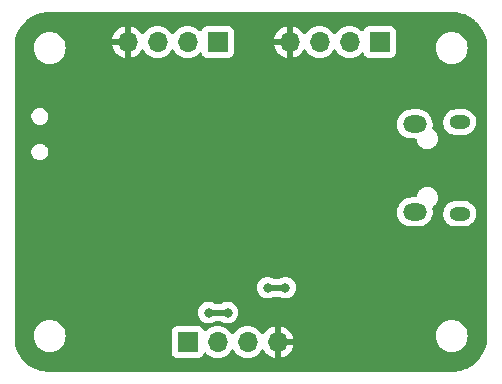
<source format=gbr>
%TF.GenerationSoftware,KiCad,Pcbnew,7.0.8*%
%TF.CreationDate,2023-11-01T19:37:33-03:00*%
%TF.ProjectId,KICAD_STM32,4b494341-445f-4535-944d-33322e6b6963,rev?*%
%TF.SameCoordinates,Original*%
%TF.FileFunction,Copper,L2,Bot*%
%TF.FilePolarity,Positive*%
%FSLAX46Y46*%
G04 Gerber Fmt 4.6, Leading zero omitted, Abs format (unit mm)*
G04 Created by KiCad (PCBNEW 7.0.8) date 2023-11-01 19:37:33*
%MOMM*%
%LPD*%
G01*
G04 APERTURE LIST*
%TA.AperFunction,ComponentPad*%
%ADD10O,1.800000X1.150000*%
%TD*%
%TA.AperFunction,ComponentPad*%
%ADD11O,2.000000X1.450000*%
%TD*%
%TA.AperFunction,ComponentPad*%
%ADD12R,1.700000X1.700000*%
%TD*%
%TA.AperFunction,ComponentPad*%
%ADD13O,1.700000X1.700000*%
%TD*%
%TA.AperFunction,ViaPad*%
%ADD14C,0.800000*%
%TD*%
%TA.AperFunction,Conductor*%
%ADD15C,0.500000*%
%TD*%
G04 APERTURE END LIST*
D10*
%TO.P,J1,6,Shield*%
%TO.N,N/C*%
X126163000Y-25086000D03*
D11*
X122363000Y-25236000D03*
X122363000Y-32686000D03*
D10*
X126163000Y-32836000D03*
%TD*%
D12*
%TO.P,J4,1,Pin_1*%
%TO.N,+3.3V*%
X103124000Y-43688000D03*
D13*
%TO.P,J4,2,Pin_2*%
%TO.N,/I2C2_SCL*%
X105664000Y-43688000D03*
%TO.P,J4,3,Pin_3*%
%TO.N,/I2C2_SDA*%
X108204000Y-43688000D03*
%TO.P,J4,4,Pin_4*%
%TO.N,GND*%
X110744000Y-43688000D03*
%TD*%
D12*
%TO.P,J3,1,Pin_1*%
%TO.N,+3.3V*%
X105664000Y-18288000D03*
D13*
%TO.P,J3,2,Pin_2*%
%TO.N,/UART1_TX*%
X103124000Y-18288000D03*
%TO.P,J3,3,Pin_3*%
%TO.N,/UART1_RX*%
X100584000Y-18288000D03*
%TO.P,J3,4,Pin_4*%
%TO.N,GND*%
X98044000Y-18288000D03*
%TD*%
D12*
%TO.P,J2,1,Pin_1*%
%TO.N,+3.3V*%
X119380000Y-18288000D03*
D13*
%TO.P,J2,2,Pin_2*%
%TO.N,/SWDIO*%
X116840000Y-18288000D03*
%TO.P,J2,3,Pin_3*%
%TO.N,/SWCLK*%
X114300000Y-18288000D03*
%TO.P,J2,4,Pin_4*%
%TO.N,GND*%
X111760000Y-18288000D03*
%TD*%
D14*
%TO.N,GND*%
X99596000Y-38900000D03*
X102000000Y-26750000D03*
X120300000Y-38900000D03*
X96300000Y-34000000D03*
X115500000Y-29500000D03*
X123996000Y-37900000D03*
X105700000Y-32700000D03*
X94500000Y-23000000D03*
X106300000Y-29000000D03*
X119200000Y-38900000D03*
X119660000Y-33500000D03*
X119660000Y-34800000D03*
X99600000Y-36700000D03*
X120000000Y-27500000D03*
X101100000Y-29700000D03*
X110400000Y-34200000D03*
X124500000Y-35000000D03*
X107364000Y-37500000D03*
X100701851Y-31481198D03*
%TO.N,+3.3V*%
X104900000Y-41200000D03*
X106500000Y-41200000D03*
X109890500Y-39100000D03*
X111389500Y-39100000D03*
%TD*%
D15*
%TO.N,+3.3V*%
X111389500Y-39100000D02*
X109890500Y-39100000D01*
X106500000Y-41200000D02*
X104900000Y-41200000D01*
%TD*%
%TA.AperFunction,Conductor*%
%TO.N,GND*%
G36*
X125477620Y-15748584D02*
G01*
X125609458Y-15755494D01*
X125798228Y-15766095D01*
X125804412Y-15766757D01*
X125893709Y-15780900D01*
X125958521Y-15791166D01*
X126106158Y-15816249D01*
X126124513Y-15819368D01*
X126130168Y-15820603D01*
X126285035Y-15862099D01*
X126374623Y-15887910D01*
X126443084Y-15907634D01*
X126448139Y-15909328D01*
X126599608Y-15967471D01*
X126750233Y-16029863D01*
X126754604Y-16031879D01*
X126900154Y-16106041D01*
X127042272Y-16184587D01*
X127046015Y-16186833D01*
X127183610Y-16276188D01*
X127315869Y-16370031D01*
X127318986Y-16372395D01*
X127445681Y-16474990D01*
X127447934Y-16476908D01*
X127567808Y-16584034D01*
X127570312Y-16586402D01*
X127685596Y-16701686D01*
X127687967Y-16704193D01*
X127795085Y-16824058D01*
X127797015Y-16826325D01*
X127899542Y-16952936D01*
X127899591Y-16952996D01*
X127901973Y-16956137D01*
X127990179Y-17080452D01*
X127995814Y-17088392D01*
X128085156Y-17225968D01*
X128087414Y-17229731D01*
X128098554Y-17249886D01*
X128165963Y-17371854D01*
X128240115Y-17517386D01*
X128242154Y-17521809D01*
X128304538Y-17672418D01*
X128362669Y-17823858D01*
X128364364Y-17828914D01*
X128409907Y-17986990D01*
X128451393Y-18141823D01*
X128452630Y-18147487D01*
X128480833Y-18313472D01*
X128498473Y-18424843D01*
X128500000Y-18444241D01*
X128500000Y-43531757D01*
X128498473Y-43551156D01*
X128480834Y-43662517D01*
X128452630Y-43828511D01*
X128451393Y-43834175D01*
X128409907Y-43989009D01*
X128364364Y-44147084D01*
X128362669Y-44152140D01*
X128304538Y-44303581D01*
X128242154Y-44454189D01*
X128240115Y-44458612D01*
X128165963Y-44604145D01*
X128087416Y-44746264D01*
X128085149Y-44750042D01*
X127995817Y-44887602D01*
X127901973Y-45019861D01*
X127899591Y-45023002D01*
X127797024Y-45149662D01*
X127795070Y-45151958D01*
X127687986Y-45271785D01*
X127685596Y-45274312D01*
X127570312Y-45389596D01*
X127567785Y-45391986D01*
X127447958Y-45499070D01*
X127445662Y-45501024D01*
X127319002Y-45603591D01*
X127315861Y-45605973D01*
X127183602Y-45699817D01*
X127046042Y-45789149D01*
X127042264Y-45791416D01*
X126900145Y-45869963D01*
X126754612Y-45944115D01*
X126750189Y-45946154D01*
X126599581Y-46008538D01*
X126448140Y-46066669D01*
X126443084Y-46068364D01*
X126285009Y-46113907D01*
X126130176Y-46155393D01*
X126124512Y-46156630D01*
X125958521Y-46184833D01*
X125804440Y-46209238D01*
X125798213Y-46209904D01*
X125609374Y-46220509D01*
X125477622Y-46227415D01*
X125474376Y-46227500D01*
X91441624Y-46227500D01*
X91438379Y-46227415D01*
X91306625Y-46220509D01*
X91117785Y-46209904D01*
X91111558Y-46209238D01*
X90957478Y-46184833D01*
X90791486Y-46156630D01*
X90785822Y-46155393D01*
X90630990Y-46113907D01*
X90472914Y-46068364D01*
X90467858Y-46066669D01*
X90316418Y-46008538D01*
X90165809Y-45946154D01*
X90161386Y-45944115D01*
X90015854Y-45869963D01*
X89873734Y-45791416D01*
X89869968Y-45789156D01*
X89732392Y-45699814D01*
X89600137Y-45605973D01*
X89597004Y-45603597D01*
X89470325Y-45501015D01*
X89468058Y-45499085D01*
X89348193Y-45391967D01*
X89345686Y-45389596D01*
X89230402Y-45274312D01*
X89228034Y-45271808D01*
X89120908Y-45151934D01*
X89118990Y-45149681D01*
X89016395Y-45022986D01*
X89014025Y-45019861D01*
X88920188Y-44887610D01*
X88830833Y-44750015D01*
X88828582Y-44746263D01*
X88750036Y-44604145D01*
X88740724Y-44585870D01*
X101773500Y-44585870D01*
X101773501Y-44585876D01*
X101779908Y-44645483D01*
X101830202Y-44780328D01*
X101830206Y-44780335D01*
X101916452Y-44895544D01*
X101916455Y-44895547D01*
X102031664Y-44981793D01*
X102031671Y-44981797D01*
X102166517Y-45032091D01*
X102166516Y-45032091D01*
X102173444Y-45032835D01*
X102226127Y-45038500D01*
X104021872Y-45038499D01*
X104081483Y-45032091D01*
X104216331Y-44981796D01*
X104331546Y-44895546D01*
X104417796Y-44780331D01*
X104466810Y-44648916D01*
X104508681Y-44592984D01*
X104574145Y-44568566D01*
X104642418Y-44583417D01*
X104670673Y-44604569D01*
X104792599Y-44726495D01*
X104889384Y-44794265D01*
X104986165Y-44862032D01*
X104986167Y-44862033D01*
X104986170Y-44862035D01*
X105200337Y-44961903D01*
X105428592Y-45023063D01*
X105605034Y-45038500D01*
X105663999Y-45043659D01*
X105664000Y-45043659D01*
X105664001Y-45043659D01*
X105722966Y-45038500D01*
X105899408Y-45023063D01*
X106127663Y-44961903D01*
X106341830Y-44862035D01*
X106535401Y-44726495D01*
X106702495Y-44559401D01*
X106832425Y-44373842D01*
X106887002Y-44330217D01*
X106956500Y-44323023D01*
X107018855Y-44354546D01*
X107035575Y-44373842D01*
X107165281Y-44559082D01*
X107165505Y-44559401D01*
X107332599Y-44726495D01*
X107429384Y-44794265D01*
X107526165Y-44862032D01*
X107526167Y-44862033D01*
X107526170Y-44862035D01*
X107740337Y-44961903D01*
X107968592Y-45023063D01*
X108145034Y-45038500D01*
X108203999Y-45043659D01*
X108204000Y-45043659D01*
X108204001Y-45043659D01*
X108262966Y-45038500D01*
X108439408Y-45023063D01*
X108667663Y-44961903D01*
X108881830Y-44862035D01*
X109075401Y-44726495D01*
X109242495Y-44559401D01*
X109372730Y-44373405D01*
X109427307Y-44329781D01*
X109496805Y-44322587D01*
X109559160Y-44354110D01*
X109575879Y-44373405D01*
X109705890Y-44559078D01*
X109872917Y-44726105D01*
X110066421Y-44861600D01*
X110280507Y-44961429D01*
X110280516Y-44961433D01*
X110494000Y-45018634D01*
X110494000Y-44123501D01*
X110601685Y-44172680D01*
X110708237Y-44188000D01*
X110779763Y-44188000D01*
X110886315Y-44172680D01*
X110994000Y-44123501D01*
X110994000Y-45018633D01*
X111207483Y-44961433D01*
X111207492Y-44961429D01*
X111421578Y-44861600D01*
X111615082Y-44726105D01*
X111782105Y-44559082D01*
X111917600Y-44365578D01*
X112017429Y-44151492D01*
X112017432Y-44151486D01*
X112074636Y-43938000D01*
X111177686Y-43938000D01*
X111203493Y-43897844D01*
X111244000Y-43759889D01*
X111244000Y-43616111D01*
X111203493Y-43478156D01*
X111177686Y-43438000D01*
X112074636Y-43438000D01*
X112074635Y-43437999D01*
X112017432Y-43224513D01*
X112017429Y-43224507D01*
X111996675Y-43180000D01*
X124120341Y-43180000D01*
X124140936Y-43415403D01*
X124140938Y-43415413D01*
X124202094Y-43643655D01*
X124202096Y-43643659D01*
X124202097Y-43643663D01*
X124210889Y-43662517D01*
X124301964Y-43857828D01*
X124301965Y-43857830D01*
X124437505Y-44051402D01*
X124604597Y-44218494D01*
X124798169Y-44354034D01*
X124798171Y-44354035D01*
X125012337Y-44453903D01*
X125012343Y-44453904D01*
X125012344Y-44453905D01*
X125029911Y-44458612D01*
X125240592Y-44515063D01*
X125417034Y-44530500D01*
X125534966Y-44530500D01*
X125711408Y-44515063D01*
X125939663Y-44453903D01*
X126153829Y-44354035D01*
X126347401Y-44218495D01*
X126514495Y-44051401D01*
X126650035Y-43857830D01*
X126749903Y-43643663D01*
X126811063Y-43415408D01*
X126831659Y-43180000D01*
X126811063Y-42944592D01*
X126761082Y-42758058D01*
X126749905Y-42716344D01*
X126749904Y-42716343D01*
X126749903Y-42716337D01*
X126650035Y-42502171D01*
X126650034Y-42502169D01*
X126514494Y-42308597D01*
X126347402Y-42141505D01*
X126153830Y-42005965D01*
X126153828Y-42005964D01*
X126034885Y-41950500D01*
X125939663Y-41906097D01*
X125939659Y-41906096D01*
X125939655Y-41906094D01*
X125711413Y-41844938D01*
X125711403Y-41844936D01*
X125534966Y-41829500D01*
X125417034Y-41829500D01*
X125240596Y-41844936D01*
X125240586Y-41844938D01*
X125012344Y-41906094D01*
X125012335Y-41906098D01*
X124798171Y-42005964D01*
X124798169Y-42005965D01*
X124604597Y-42141505D01*
X124437506Y-42308597D01*
X124437501Y-42308604D01*
X124301967Y-42502165D01*
X124301965Y-42502169D01*
X124202098Y-42716335D01*
X124202094Y-42716344D01*
X124140938Y-42944586D01*
X124140936Y-42944596D01*
X124120341Y-43179999D01*
X124120341Y-43180000D01*
X111996675Y-43180000D01*
X111917600Y-43010422D01*
X111917599Y-43010420D01*
X111782113Y-42816926D01*
X111782108Y-42816920D01*
X111615082Y-42649894D01*
X111421578Y-42514399D01*
X111207492Y-42414570D01*
X111207486Y-42414567D01*
X110994000Y-42357364D01*
X110994000Y-43252498D01*
X110886315Y-43203320D01*
X110779763Y-43188000D01*
X110708237Y-43188000D01*
X110601685Y-43203320D01*
X110494000Y-43252498D01*
X110494000Y-42357364D01*
X110493999Y-42357364D01*
X110280513Y-42414567D01*
X110280507Y-42414570D01*
X110066422Y-42514399D01*
X110066420Y-42514400D01*
X109872926Y-42649886D01*
X109872920Y-42649891D01*
X109705891Y-42816920D01*
X109705890Y-42816922D01*
X109575880Y-43002595D01*
X109521303Y-43046219D01*
X109451804Y-43053412D01*
X109389450Y-43021890D01*
X109372730Y-43002594D01*
X109242494Y-42816597D01*
X109075402Y-42649506D01*
X109075395Y-42649501D01*
X108881834Y-42513967D01*
X108881830Y-42513965D01*
X108856538Y-42502171D01*
X108667663Y-42414097D01*
X108667659Y-42414096D01*
X108667655Y-42414094D01*
X108439413Y-42352938D01*
X108439403Y-42352936D01*
X108204001Y-42332341D01*
X108203999Y-42332341D01*
X107968596Y-42352936D01*
X107968586Y-42352938D01*
X107740344Y-42414094D01*
X107740335Y-42414098D01*
X107526171Y-42513964D01*
X107526169Y-42513965D01*
X107332597Y-42649505D01*
X107165505Y-42816597D01*
X107035575Y-43002158D01*
X106980998Y-43045783D01*
X106911500Y-43052977D01*
X106849145Y-43021454D01*
X106832425Y-43002158D01*
X106702494Y-42816597D01*
X106535402Y-42649506D01*
X106535395Y-42649501D01*
X106341834Y-42513967D01*
X106341830Y-42513965D01*
X106316538Y-42502171D01*
X106127663Y-42414097D01*
X106127659Y-42414096D01*
X106127655Y-42414094D01*
X105899413Y-42352938D01*
X105899403Y-42352936D01*
X105664001Y-42332341D01*
X105663999Y-42332341D01*
X105428596Y-42352936D01*
X105428586Y-42352938D01*
X105200344Y-42414094D01*
X105200335Y-42414098D01*
X104986171Y-42513964D01*
X104986169Y-42513965D01*
X104792600Y-42649503D01*
X104670673Y-42771430D01*
X104609350Y-42804914D01*
X104539658Y-42799930D01*
X104483725Y-42758058D01*
X104466810Y-42727081D01*
X104417797Y-42595671D01*
X104417793Y-42595664D01*
X104331547Y-42480455D01*
X104331544Y-42480452D01*
X104216335Y-42394206D01*
X104216328Y-42394202D01*
X104081482Y-42343908D01*
X104081483Y-42343908D01*
X104021883Y-42337501D01*
X104021881Y-42337500D01*
X104021873Y-42337500D01*
X104021864Y-42337500D01*
X102226129Y-42337500D01*
X102226123Y-42337501D01*
X102166516Y-42343908D01*
X102031671Y-42394202D01*
X102031664Y-42394206D01*
X101916455Y-42480452D01*
X101916452Y-42480455D01*
X101830206Y-42595664D01*
X101830202Y-42595671D01*
X101779908Y-42730517D01*
X101773501Y-42790116D01*
X101773500Y-42790135D01*
X101773500Y-44585870D01*
X88740724Y-44585870D01*
X88675879Y-44458604D01*
X88673863Y-44454233D01*
X88611462Y-44303582D01*
X88578800Y-44218495D01*
X88553325Y-44152132D01*
X88551634Y-44147085D01*
X88542183Y-44114281D01*
X88506093Y-43989009D01*
X88504221Y-43982024D01*
X88500000Y-43949948D01*
X88500000Y-43180000D01*
X90084341Y-43180000D01*
X90104936Y-43415403D01*
X90104938Y-43415413D01*
X90166094Y-43643655D01*
X90166096Y-43643659D01*
X90166097Y-43643663D01*
X90174889Y-43662517D01*
X90265964Y-43857828D01*
X90265965Y-43857830D01*
X90401505Y-44051402D01*
X90568597Y-44218494D01*
X90762169Y-44354034D01*
X90762171Y-44354035D01*
X90976337Y-44453903D01*
X90976343Y-44453904D01*
X90976344Y-44453905D01*
X90993911Y-44458612D01*
X91204592Y-44515063D01*
X91381034Y-44530500D01*
X91498966Y-44530500D01*
X91675408Y-44515063D01*
X91903663Y-44453903D01*
X92117829Y-44354035D01*
X92311401Y-44218495D01*
X92478495Y-44051401D01*
X92614035Y-43857830D01*
X92713903Y-43643663D01*
X92775063Y-43415408D01*
X92795659Y-43180000D01*
X92775063Y-42944592D01*
X92725082Y-42758058D01*
X92713905Y-42716344D01*
X92713904Y-42716343D01*
X92713903Y-42716337D01*
X92614035Y-42502171D01*
X92614034Y-42502169D01*
X92478494Y-42308597D01*
X92311402Y-42141505D01*
X92117830Y-42005965D01*
X92117828Y-42005964D01*
X91998885Y-41950500D01*
X91903663Y-41906097D01*
X91903659Y-41906096D01*
X91903655Y-41906094D01*
X91675413Y-41844938D01*
X91675403Y-41844936D01*
X91498966Y-41829500D01*
X91381034Y-41829500D01*
X91204596Y-41844936D01*
X91204586Y-41844938D01*
X90976344Y-41906094D01*
X90976335Y-41906098D01*
X90762171Y-42005964D01*
X90762169Y-42005965D01*
X90568597Y-42141505D01*
X90401506Y-42308597D01*
X90401501Y-42308604D01*
X90265967Y-42502165D01*
X90265965Y-42502169D01*
X90166098Y-42716335D01*
X90166094Y-42716344D01*
X90104938Y-42944586D01*
X90104936Y-42944596D01*
X90084341Y-43179999D01*
X90084341Y-43180000D01*
X88500000Y-43180000D01*
X88500000Y-41200000D01*
X103994540Y-41200000D01*
X104014326Y-41388256D01*
X104014327Y-41388259D01*
X104072818Y-41568277D01*
X104072821Y-41568284D01*
X104167467Y-41732216D01*
X104255062Y-41829500D01*
X104294129Y-41872888D01*
X104447265Y-41984148D01*
X104447270Y-41984151D01*
X104620192Y-42061142D01*
X104620197Y-42061144D01*
X104805354Y-42100500D01*
X104805355Y-42100500D01*
X104994644Y-42100500D01*
X104994646Y-42100500D01*
X105179803Y-42061144D01*
X105352730Y-41984151D01*
X105354776Y-41982664D01*
X105366452Y-41974182D01*
X105432258Y-41950702D01*
X105439337Y-41950500D01*
X105960663Y-41950500D01*
X106027702Y-41970185D01*
X106033548Y-41974182D01*
X106047265Y-41984148D01*
X106047270Y-41984151D01*
X106220192Y-42061142D01*
X106220197Y-42061144D01*
X106405354Y-42100500D01*
X106405355Y-42100500D01*
X106594644Y-42100500D01*
X106594646Y-42100500D01*
X106779803Y-42061144D01*
X106952730Y-41984151D01*
X107105871Y-41872888D01*
X107232533Y-41732216D01*
X107327179Y-41568284D01*
X107385674Y-41388256D01*
X107405460Y-41200000D01*
X107385674Y-41011744D01*
X107327179Y-40831716D01*
X107232533Y-40667784D01*
X107105871Y-40527112D01*
X107105870Y-40527111D01*
X106952734Y-40415851D01*
X106952729Y-40415848D01*
X106779807Y-40338857D01*
X106779802Y-40338855D01*
X106634001Y-40307865D01*
X106594646Y-40299500D01*
X106405354Y-40299500D01*
X106372897Y-40306398D01*
X106220197Y-40338855D01*
X106220192Y-40338857D01*
X106047270Y-40415848D01*
X106047265Y-40415851D01*
X106033548Y-40425818D01*
X105967742Y-40449298D01*
X105960663Y-40449500D01*
X105439337Y-40449500D01*
X105372298Y-40429815D01*
X105366452Y-40425818D01*
X105352734Y-40415851D01*
X105352729Y-40415848D01*
X105179807Y-40338857D01*
X105179802Y-40338855D01*
X105034001Y-40307865D01*
X104994646Y-40299500D01*
X104805354Y-40299500D01*
X104772897Y-40306398D01*
X104620197Y-40338855D01*
X104620192Y-40338857D01*
X104447270Y-40415848D01*
X104447265Y-40415851D01*
X104294129Y-40527111D01*
X104167466Y-40667785D01*
X104072821Y-40831715D01*
X104072818Y-40831722D01*
X104014327Y-41011740D01*
X104014326Y-41011744D01*
X103994540Y-41200000D01*
X88500000Y-41200000D01*
X88500000Y-39100000D01*
X108985040Y-39100000D01*
X109004826Y-39288256D01*
X109004827Y-39288259D01*
X109063318Y-39468277D01*
X109063321Y-39468284D01*
X109157967Y-39632216D01*
X109284629Y-39772888D01*
X109437765Y-39884148D01*
X109437770Y-39884151D01*
X109610692Y-39961142D01*
X109610697Y-39961144D01*
X109795854Y-40000500D01*
X109795855Y-40000500D01*
X109985144Y-40000500D01*
X109985146Y-40000500D01*
X110170303Y-39961144D01*
X110343230Y-39884151D01*
X110345276Y-39882664D01*
X110356952Y-39874182D01*
X110422758Y-39850702D01*
X110429837Y-39850500D01*
X110850163Y-39850500D01*
X110917202Y-39870185D01*
X110923048Y-39874182D01*
X110936765Y-39884148D01*
X110936770Y-39884151D01*
X111109692Y-39961142D01*
X111109697Y-39961144D01*
X111294854Y-40000500D01*
X111294855Y-40000500D01*
X111484144Y-40000500D01*
X111484146Y-40000500D01*
X111669303Y-39961144D01*
X111842230Y-39884151D01*
X111995371Y-39772888D01*
X112122033Y-39632216D01*
X112216679Y-39468284D01*
X112275174Y-39288256D01*
X112294960Y-39100000D01*
X112275174Y-38911744D01*
X112216679Y-38731716D01*
X112122033Y-38567784D01*
X111995371Y-38427112D01*
X111995370Y-38427111D01*
X111842234Y-38315851D01*
X111842229Y-38315848D01*
X111669307Y-38238857D01*
X111669302Y-38238855D01*
X111523501Y-38207865D01*
X111484146Y-38199500D01*
X111294854Y-38199500D01*
X111262397Y-38206398D01*
X111109697Y-38238855D01*
X111109692Y-38238857D01*
X110936770Y-38315848D01*
X110936765Y-38315851D01*
X110923048Y-38325818D01*
X110857242Y-38349298D01*
X110850163Y-38349500D01*
X110429837Y-38349500D01*
X110362798Y-38329815D01*
X110356952Y-38325818D01*
X110343234Y-38315851D01*
X110343229Y-38315848D01*
X110170307Y-38238857D01*
X110170302Y-38238855D01*
X110024501Y-38207865D01*
X109985146Y-38199500D01*
X109795854Y-38199500D01*
X109763397Y-38206398D01*
X109610697Y-38238855D01*
X109610692Y-38238857D01*
X109437770Y-38315848D01*
X109437765Y-38315851D01*
X109284629Y-38427111D01*
X109157966Y-38567785D01*
X109063321Y-38731715D01*
X109063318Y-38731722D01*
X109004827Y-38911740D01*
X109004826Y-38911744D01*
X108985040Y-39100000D01*
X88500000Y-39100000D01*
X88500000Y-32741204D01*
X120858786Y-32741204D01*
X120888397Y-32959802D01*
X120888398Y-32959806D01*
X120956564Y-33169600D01*
X121061095Y-33363850D01*
X121061097Y-33363853D01*
X121198634Y-33536320D01*
X121364751Y-33681451D01*
X121364759Y-33681458D01*
X121466559Y-33742281D01*
X121554126Y-33794600D01*
X121760654Y-33872111D01*
X121804063Y-33879988D01*
X121977699Y-33911500D01*
X121977703Y-33911500D01*
X122693025Y-33911500D01*
X122693032Y-33911500D01*
X122847485Y-33897598D01*
X122857707Y-33896679D01*
X123070338Y-33837997D01*
X123070343Y-33837994D01*
X123070350Y-33837993D01*
X123269098Y-33742281D01*
X123447563Y-33612619D01*
X123600007Y-33453175D01*
X123721531Y-33269073D01*
X123808230Y-33066231D01*
X123857317Y-32851168D01*
X123860307Y-32784593D01*
X124758832Y-32784593D01*
X124768605Y-32989756D01*
X124817029Y-33189362D01*
X124870528Y-33306508D01*
X124902352Y-33376195D01*
X124902356Y-33376201D01*
X125021489Y-33543501D01*
X125021495Y-33543507D01*
X125170147Y-33685246D01*
X125342933Y-33796290D01*
X125447097Y-33837991D01*
X125533618Y-33872629D01*
X125684881Y-33901782D01*
X125735301Y-33911500D01*
X125735302Y-33911500D01*
X126539226Y-33911500D01*
X126539232Y-33911500D01*
X126692466Y-33896868D01*
X126889541Y-33839001D01*
X127072104Y-33744884D01*
X127233556Y-33617916D01*
X127368061Y-33462689D01*
X127470759Y-33284811D01*
X127537937Y-33090712D01*
X127567168Y-32887407D01*
X127557395Y-32682244D01*
X127508971Y-32482638D01*
X127423647Y-32295804D01*
X127390742Y-32249595D01*
X127304510Y-32128498D01*
X127304504Y-32128492D01*
X127155852Y-31986753D01*
X126983066Y-31875709D01*
X126792391Y-31799374D01*
X126792384Y-31799371D01*
X126792382Y-31799371D01*
X126792379Y-31799370D01*
X126792378Y-31799370D01*
X126590699Y-31760500D01*
X126590698Y-31760500D01*
X125786768Y-31760500D01*
X125633534Y-31775132D01*
X125633530Y-31775133D01*
X125436462Y-31832997D01*
X125253891Y-31927118D01*
X125092446Y-32054081D01*
X125092443Y-32054084D01*
X124957936Y-32209313D01*
X124855242Y-32387185D01*
X124788064Y-32581282D01*
X124788063Y-32581287D01*
X124788063Y-32581288D01*
X124758832Y-32784593D01*
X123860307Y-32784593D01*
X123867214Y-32630796D01*
X123837603Y-32412198D01*
X123826904Y-32379270D01*
X123824907Y-32309429D01*
X123860987Y-32249595D01*
X123871936Y-32240641D01*
X123901504Y-32219159D01*
X123906906Y-32215650D01*
X123945216Y-32193533D01*
X123978071Y-32163948D01*
X123983098Y-32159876D01*
X124018871Y-32133888D01*
X124048453Y-32101032D01*
X124053032Y-32096453D01*
X124085888Y-32066871D01*
X124111876Y-32031098D01*
X124115948Y-32026071D01*
X124145533Y-31993216D01*
X124167650Y-31954906D01*
X124171159Y-31949504D01*
X124197151Y-31913730D01*
X124215136Y-31873333D01*
X124218063Y-31867586D01*
X124240179Y-31829284D01*
X124253842Y-31787228D01*
X124256158Y-31781197D01*
X124274144Y-31740803D01*
X124283336Y-31697551D01*
X124285009Y-31691308D01*
X124298674Y-31649256D01*
X124303295Y-31605283D01*
X124304307Y-31598894D01*
X124313500Y-31555646D01*
X124313500Y-31511445D01*
X124313840Y-31504960D01*
X124314848Y-31495365D01*
X124318460Y-31461000D01*
X124314546Y-31423759D01*
X124313840Y-31417037D01*
X124313500Y-31410553D01*
X124313500Y-31366354D01*
X124304311Y-31323123D01*
X124303295Y-31316709D01*
X124301964Y-31304051D01*
X124298674Y-31272744D01*
X124285011Y-31230698D01*
X124283334Y-31224435D01*
X124281765Y-31217056D01*
X124274144Y-31181197D01*
X124256163Y-31140812D01*
X124253835Y-31134748D01*
X124240179Y-31092716D01*
X124233010Y-31080300D01*
X124218075Y-31054430D01*
X124215127Y-31048644D01*
X124206288Y-31028794D01*
X124197151Y-31008270D01*
X124197149Y-31008267D01*
X124197149Y-31008266D01*
X124171175Y-30972516D01*
X124167638Y-30967070D01*
X124145535Y-30928787D01*
X124145528Y-30928777D01*
X124115954Y-30895934D01*
X124111870Y-30890892D01*
X124085888Y-30855129D01*
X124085884Y-30855125D01*
X124053034Y-30825546D01*
X124048453Y-30820966D01*
X124018871Y-30788112D01*
X124018870Y-30788111D01*
X124018869Y-30788110D01*
X123983119Y-30762137D01*
X123978072Y-30758050D01*
X123945222Y-30728471D01*
X123945212Y-30728464D01*
X123906930Y-30706362D01*
X123906928Y-30706361D01*
X123906926Y-30706359D01*
X123901484Y-30702825D01*
X123865736Y-30676853D01*
X123865732Y-30676850D01*
X123825353Y-30658872D01*
X123819567Y-30655924D01*
X123781284Y-30633821D01*
X123781281Y-30633820D01*
X123781277Y-30633818D01*
X123739242Y-30620160D01*
X123733179Y-30617833D01*
X123692803Y-30599856D01*
X123649569Y-30590666D01*
X123643301Y-30588987D01*
X123632861Y-30585595D01*
X123601256Y-30575325D01*
X123557291Y-30570704D01*
X123550880Y-30569688D01*
X123507647Y-30560500D01*
X123507646Y-30560500D01*
X123318354Y-30560500D01*
X123318351Y-30560500D01*
X123275119Y-30569688D01*
X123268710Y-30570703D01*
X123224743Y-30575325D01*
X123182705Y-30588985D01*
X123176434Y-30590665D01*
X123133195Y-30599856D01*
X123092815Y-30617834D01*
X123086755Y-30620160D01*
X123044719Y-30633819D01*
X123006430Y-30655924D01*
X123000647Y-30658871D01*
X122960267Y-30676850D01*
X122924512Y-30702826D01*
X122919069Y-30706361D01*
X122880788Y-30728463D01*
X122880785Y-30728465D01*
X122847935Y-30758044D01*
X122842889Y-30762130D01*
X122807125Y-30788115D01*
X122777550Y-30820960D01*
X122772960Y-30825550D01*
X122740115Y-30855125D01*
X122714130Y-30890889D01*
X122710044Y-30895935D01*
X122680465Y-30928785D01*
X122680463Y-30928788D01*
X122658361Y-30967069D01*
X122654826Y-30972512D01*
X122628850Y-31008267D01*
X122610871Y-31048647D01*
X122607924Y-31054430D01*
X122585819Y-31092719D01*
X122572160Y-31134755D01*
X122569834Y-31140815D01*
X122551856Y-31181195D01*
X122542665Y-31224434D01*
X122540985Y-31230705D01*
X122527325Y-31272743D01*
X122522703Y-31316710D01*
X122521688Y-31323118D01*
X122513366Y-31362276D01*
X122480176Y-31423759D01*
X122419015Y-31457538D01*
X122392075Y-31460500D01*
X122032968Y-31460500D01*
X122002306Y-31463259D01*
X121868292Y-31475320D01*
X121655661Y-31534002D01*
X121655646Y-31534008D01*
X121456908Y-31629715D01*
X121456900Y-31629719D01*
X121278442Y-31759376D01*
X121278434Y-31759382D01*
X121125994Y-31918822D01*
X121004469Y-32102926D01*
X120979315Y-32161778D01*
X120922030Y-32295804D01*
X120917770Y-32305770D01*
X120917767Y-32305779D01*
X120868684Y-32520826D01*
X120868682Y-32520837D01*
X120863744Y-32630796D01*
X120858786Y-32741204D01*
X88500000Y-32741204D01*
X88500000Y-27685055D01*
X89901500Y-27685055D01*
X89942210Y-27850226D01*
X90021263Y-28000849D01*
X90021266Y-28000852D01*
X90134071Y-28128183D01*
X90224318Y-28190476D01*
X90274068Y-28224817D01*
X90274069Y-28224817D01*
X90274070Y-28224818D01*
X90433128Y-28285140D01*
X90509028Y-28294356D01*
X90559626Y-28300500D01*
X90559628Y-28300500D01*
X90644374Y-28300500D01*
X90686538Y-28295380D01*
X90770872Y-28285140D01*
X90929930Y-28224818D01*
X91069929Y-28128183D01*
X91182734Y-28000852D01*
X91261790Y-27850225D01*
X91302500Y-27685056D01*
X91302500Y-27514944D01*
X91261790Y-27349775D01*
X91261789Y-27349773D01*
X91182736Y-27199150D01*
X91163560Y-27177505D01*
X91069929Y-27071817D01*
X91007148Y-27028482D01*
X90929931Y-26975182D01*
X90770874Y-26914860D01*
X90770868Y-26914859D01*
X90644374Y-26899500D01*
X90644372Y-26899500D01*
X90559628Y-26899500D01*
X90559626Y-26899500D01*
X90433131Y-26914859D01*
X90433125Y-26914860D01*
X90274068Y-26975182D01*
X90134072Y-27071816D01*
X90021263Y-27199150D01*
X89942210Y-27349773D01*
X89901500Y-27514944D01*
X89901500Y-27685055D01*
X88500000Y-27685055D01*
X88500000Y-24685055D01*
X89901500Y-24685055D01*
X89942210Y-24850226D01*
X90021263Y-25000849D01*
X90021266Y-25000852D01*
X90134071Y-25128183D01*
X90224318Y-25190476D01*
X90274068Y-25224817D01*
X90274069Y-25224817D01*
X90274070Y-25224818D01*
X90433128Y-25285140D01*
X90509028Y-25294356D01*
X90559626Y-25300500D01*
X90559628Y-25300500D01*
X90644374Y-25300500D01*
X90686538Y-25295380D01*
X90720930Y-25291204D01*
X120858786Y-25291204D01*
X120888397Y-25509802D01*
X120888398Y-25509806D01*
X120956564Y-25719600D01*
X121061095Y-25913850D01*
X121061097Y-25913853D01*
X121198634Y-26086320D01*
X121364751Y-26231451D01*
X121364759Y-26231458D01*
X121554119Y-26344596D01*
X121554126Y-26344600D01*
X121760654Y-26422111D01*
X121804063Y-26429988D01*
X121977699Y-26461500D01*
X121977703Y-26461500D01*
X122392075Y-26461500D01*
X122459114Y-26481185D01*
X122504869Y-26533989D01*
X122513366Y-26559721D01*
X122521689Y-26598880D01*
X122522704Y-26605291D01*
X122527325Y-26649256D01*
X122540986Y-26691296D01*
X122542666Y-26697569D01*
X122551856Y-26740803D01*
X122551855Y-26740803D01*
X122569833Y-26781179D01*
X122572160Y-26787242D01*
X122585818Y-26829277D01*
X122585820Y-26829281D01*
X122585821Y-26829284D01*
X122607923Y-26867565D01*
X122607924Y-26867567D01*
X122610870Y-26873349D01*
X122628849Y-26913730D01*
X122654823Y-26949482D01*
X122654825Y-26949484D01*
X122658359Y-26954926D01*
X122664648Y-26965818D01*
X122680464Y-26993212D01*
X122680471Y-26993222D01*
X122710050Y-27026072D01*
X122714137Y-27031119D01*
X122740110Y-27066869D01*
X122740111Y-27066870D01*
X122740112Y-27066871D01*
X122772966Y-27096453D01*
X122777546Y-27101034D01*
X122807128Y-27133887D01*
X122807129Y-27133888D01*
X122842887Y-27159867D01*
X122847934Y-27163954D01*
X122880777Y-27193528D01*
X122880787Y-27193535D01*
X122919070Y-27215638D01*
X122924516Y-27219175D01*
X122960266Y-27245149D01*
X122960269Y-27245150D01*
X122960270Y-27245151D01*
X122970535Y-27249721D01*
X123000644Y-27263127D01*
X123006430Y-27266075D01*
X123032300Y-27281010D01*
X123044716Y-27288179D01*
X123086755Y-27301837D01*
X123092812Y-27304163D01*
X123133193Y-27322142D01*
X123133192Y-27322142D01*
X123133197Y-27322144D01*
X123167720Y-27329481D01*
X123176435Y-27331334D01*
X123182698Y-27333011D01*
X123224744Y-27346674D01*
X123254231Y-27349773D01*
X123268709Y-27351295D01*
X123275123Y-27352311D01*
X123318354Y-27361500D01*
X123318355Y-27361500D01*
X123507643Y-27361500D01*
X123507646Y-27361500D01*
X123550894Y-27352307D01*
X123557283Y-27351295D01*
X123601256Y-27346674D01*
X123643308Y-27333009D01*
X123649551Y-27331336D01*
X123692803Y-27322144D01*
X123733197Y-27304158D01*
X123739228Y-27301842D01*
X123781284Y-27288179D01*
X123819586Y-27266063D01*
X123825333Y-27263136D01*
X123865730Y-27245151D01*
X123901504Y-27219159D01*
X123906906Y-27215650D01*
X123945216Y-27193533D01*
X123978071Y-27163948D01*
X123983098Y-27159876D01*
X124018871Y-27133888D01*
X124048453Y-27101032D01*
X124053032Y-27096453D01*
X124085888Y-27066871D01*
X124111876Y-27031098D01*
X124115948Y-27026071D01*
X124145533Y-26993216D01*
X124167650Y-26954906D01*
X124171159Y-26949504D01*
X124197151Y-26913730D01*
X124215136Y-26873333D01*
X124218063Y-26867586D01*
X124240179Y-26829284D01*
X124253842Y-26787228D01*
X124256158Y-26781197D01*
X124274144Y-26740803D01*
X124283336Y-26697551D01*
X124285013Y-26691296D01*
X124298674Y-26649256D01*
X124303295Y-26605283D01*
X124304307Y-26598894D01*
X124313500Y-26555646D01*
X124313500Y-26511445D01*
X124313840Y-26504960D01*
X124314848Y-26495365D01*
X124318460Y-26461000D01*
X124314373Y-26422111D01*
X124313840Y-26417037D01*
X124313500Y-26410553D01*
X124313500Y-26366354D01*
X124304311Y-26323123D01*
X124303295Y-26316709D01*
X124301964Y-26304051D01*
X124298674Y-26272744D01*
X124285011Y-26230698D01*
X124283334Y-26224435D01*
X124281765Y-26217056D01*
X124274144Y-26181197D01*
X124256163Y-26140812D01*
X124253835Y-26134748D01*
X124240179Y-26092716D01*
X124233010Y-26080300D01*
X124218075Y-26054430D01*
X124215127Y-26048644D01*
X124206288Y-26028794D01*
X124197151Y-26008270D01*
X124197149Y-26008267D01*
X124197149Y-26008266D01*
X124171175Y-25972516D01*
X124167638Y-25967070D01*
X124145535Y-25928787D01*
X124145528Y-25928777D01*
X124115954Y-25895934D01*
X124111870Y-25890892D01*
X124085888Y-25855129D01*
X124085887Y-25855128D01*
X124053034Y-25825546D01*
X124048453Y-25820966D01*
X124018871Y-25788112D01*
X124018870Y-25788111D01*
X124018869Y-25788110D01*
X123983119Y-25762137D01*
X123978072Y-25758050D01*
X123945222Y-25728471D01*
X123945212Y-25728464D01*
X123906930Y-25706362D01*
X123901484Y-25702825D01*
X123870760Y-25680503D01*
X123828095Y-25625172D01*
X123822116Y-25555559D01*
X123822755Y-25552592D01*
X123826813Y-25534814D01*
X123857317Y-25401168D01*
X123867214Y-25180796D01*
X123847410Y-25034593D01*
X124758832Y-25034593D01*
X124768605Y-25239756D01*
X124817029Y-25439362D01*
X124868739Y-25552592D01*
X124902352Y-25626195D01*
X124902356Y-25626201D01*
X125021489Y-25793501D01*
X125021495Y-25793507D01*
X125170147Y-25935246D01*
X125342933Y-26046290D01*
X125363266Y-26054430D01*
X125533618Y-26122629D01*
X125684881Y-26151782D01*
X125735301Y-26161500D01*
X125735302Y-26161500D01*
X126539226Y-26161500D01*
X126539232Y-26161500D01*
X126692466Y-26146868D01*
X126889541Y-26089001D01*
X127072104Y-25994884D01*
X127233556Y-25867916D01*
X127368061Y-25712689D01*
X127470759Y-25534811D01*
X127537937Y-25340712D01*
X127567168Y-25137407D01*
X127557395Y-24932244D01*
X127508971Y-24732638D01*
X127423647Y-24545804D01*
X127401672Y-24514944D01*
X127304510Y-24378498D01*
X127304504Y-24378492D01*
X127155852Y-24236753D01*
X126983066Y-24125709D01*
X126792391Y-24049374D01*
X126792384Y-24049371D01*
X126792382Y-24049371D01*
X126792379Y-24049370D01*
X126792378Y-24049370D01*
X126590699Y-24010500D01*
X126590698Y-24010500D01*
X125786768Y-24010500D01*
X125633534Y-24025132D01*
X125633530Y-24025133D01*
X125436462Y-24082997D01*
X125253891Y-24177118D01*
X125092446Y-24304081D01*
X125092443Y-24304084D01*
X124957936Y-24459313D01*
X124855242Y-24637185D01*
X124788064Y-24831282D01*
X124788063Y-24831287D01*
X124788063Y-24831288D01*
X124758832Y-25034593D01*
X123847410Y-25034593D01*
X123837603Y-24962198D01*
X123769436Y-24752401D01*
X123664903Y-24558147D01*
X123593669Y-24468822D01*
X123527365Y-24385679D01*
X123361248Y-24240548D01*
X123361240Y-24240541D01*
X123171880Y-24127403D01*
X123171877Y-24127401D01*
X123171874Y-24127400D01*
X123023770Y-24071816D01*
X122965344Y-24049888D01*
X122748301Y-24010500D01*
X122748297Y-24010500D01*
X122032968Y-24010500D01*
X122002306Y-24013259D01*
X121868292Y-24025320D01*
X121655661Y-24084002D01*
X121655646Y-24084008D01*
X121456908Y-24179715D01*
X121456900Y-24179719D01*
X121278442Y-24309376D01*
X121278434Y-24309382D01*
X121125994Y-24468822D01*
X121004469Y-24652926D01*
X121004469Y-24652927D01*
X120920140Y-24850226D01*
X120917770Y-24855770D01*
X120917767Y-24855779D01*
X120868684Y-25070826D01*
X120868682Y-25070837D01*
X120861096Y-25239758D01*
X120858786Y-25291204D01*
X90720930Y-25291204D01*
X90770872Y-25285140D01*
X90929930Y-25224818D01*
X91069929Y-25128183D01*
X91182734Y-25000852D01*
X91203022Y-24962198D01*
X91258875Y-24855779D01*
X91261790Y-24850225D01*
X91302500Y-24685056D01*
X91302500Y-24514944D01*
X91261790Y-24349775D01*
X91240590Y-24309382D01*
X91182736Y-24199150D01*
X91163215Y-24177116D01*
X91069929Y-24071817D01*
X91020177Y-24037475D01*
X90929931Y-23975182D01*
X90770874Y-23914860D01*
X90770868Y-23914859D01*
X90644374Y-23899500D01*
X90644372Y-23899500D01*
X90559628Y-23899500D01*
X90559626Y-23899500D01*
X90433131Y-23914859D01*
X90433125Y-23914860D01*
X90274068Y-23975182D01*
X90134072Y-24071816D01*
X90021263Y-24199150D01*
X89942210Y-24349773D01*
X89901500Y-24514944D01*
X89901500Y-24685055D01*
X88500000Y-24685055D01*
X88500000Y-18796000D01*
X90084341Y-18796000D01*
X90104936Y-19031403D01*
X90104938Y-19031413D01*
X90166094Y-19259655D01*
X90166096Y-19259659D01*
X90166097Y-19259663D01*
X90197080Y-19326105D01*
X90265964Y-19473828D01*
X90265965Y-19473830D01*
X90401505Y-19667402D01*
X90568597Y-19834494D01*
X90762169Y-19970034D01*
X90762171Y-19970035D01*
X90976337Y-20069903D01*
X91204592Y-20131063D01*
X91381034Y-20146500D01*
X91498966Y-20146500D01*
X91675408Y-20131063D01*
X91903663Y-20069903D01*
X92117829Y-19970035D01*
X92311401Y-19834495D01*
X92478495Y-19667401D01*
X92614035Y-19473830D01*
X92713903Y-19259663D01*
X92775063Y-19031408D01*
X92795659Y-18796000D01*
X92775063Y-18560592D01*
X92769010Y-18538000D01*
X96713364Y-18538000D01*
X96770567Y-18751486D01*
X96770570Y-18751492D01*
X96870399Y-18965578D01*
X97005894Y-19159082D01*
X97172917Y-19326105D01*
X97366421Y-19461600D01*
X97580507Y-19561429D01*
X97580516Y-19561433D01*
X97794000Y-19618634D01*
X97794000Y-18723501D01*
X97901685Y-18772680D01*
X98008237Y-18788000D01*
X98079763Y-18788000D01*
X98186315Y-18772680D01*
X98294000Y-18723501D01*
X98294000Y-19618633D01*
X98507483Y-19561433D01*
X98507492Y-19561429D01*
X98721578Y-19461600D01*
X98915082Y-19326105D01*
X99082105Y-19159082D01*
X99212119Y-18973405D01*
X99266696Y-18929781D01*
X99336195Y-18922588D01*
X99398549Y-18954110D01*
X99415269Y-18973405D01*
X99545505Y-19159401D01*
X99712599Y-19326495D01*
X99809384Y-19394265D01*
X99906165Y-19462032D01*
X99906167Y-19462033D01*
X99906170Y-19462035D01*
X100120337Y-19561903D01*
X100348592Y-19623063D01*
X100525034Y-19638500D01*
X100583999Y-19643659D01*
X100584000Y-19643659D01*
X100584001Y-19643659D01*
X100642966Y-19638500D01*
X100819408Y-19623063D01*
X101047663Y-19561903D01*
X101261830Y-19462035D01*
X101455401Y-19326495D01*
X101622495Y-19159401D01*
X101752425Y-18973842D01*
X101807002Y-18930217D01*
X101876500Y-18923023D01*
X101938855Y-18954546D01*
X101955575Y-18973842D01*
X102085281Y-19159082D01*
X102085505Y-19159401D01*
X102252599Y-19326495D01*
X102349384Y-19394265D01*
X102446165Y-19462032D01*
X102446167Y-19462033D01*
X102446170Y-19462035D01*
X102660337Y-19561903D01*
X102888592Y-19623063D01*
X103065034Y-19638500D01*
X103123999Y-19643659D01*
X103124000Y-19643659D01*
X103124001Y-19643659D01*
X103182966Y-19638500D01*
X103359408Y-19623063D01*
X103587663Y-19561903D01*
X103801830Y-19462035D01*
X103995401Y-19326495D01*
X104117329Y-19204566D01*
X104178648Y-19171084D01*
X104248340Y-19176068D01*
X104304274Y-19217939D01*
X104321189Y-19248917D01*
X104370202Y-19380328D01*
X104370206Y-19380335D01*
X104456452Y-19495544D01*
X104456455Y-19495547D01*
X104571664Y-19581793D01*
X104571671Y-19581797D01*
X104706517Y-19632091D01*
X104706516Y-19632091D01*
X104713444Y-19632835D01*
X104766127Y-19638500D01*
X106561872Y-19638499D01*
X106621483Y-19632091D01*
X106756331Y-19581796D01*
X106871546Y-19495546D01*
X106957796Y-19380331D01*
X107008091Y-19245483D01*
X107014500Y-19185873D01*
X107014500Y-18538000D01*
X110429364Y-18538000D01*
X110486567Y-18751486D01*
X110486570Y-18751492D01*
X110586399Y-18965578D01*
X110721894Y-19159082D01*
X110888917Y-19326105D01*
X111082421Y-19461600D01*
X111296507Y-19561429D01*
X111296516Y-19561433D01*
X111510000Y-19618634D01*
X111510000Y-18723501D01*
X111617685Y-18772680D01*
X111724237Y-18788000D01*
X111795763Y-18788000D01*
X111902315Y-18772680D01*
X112010000Y-18723501D01*
X112010000Y-19618633D01*
X112223483Y-19561433D01*
X112223492Y-19561429D01*
X112437578Y-19461600D01*
X112631082Y-19326105D01*
X112798105Y-19159082D01*
X112928119Y-18973405D01*
X112982696Y-18929781D01*
X113052195Y-18922588D01*
X113114549Y-18954110D01*
X113131269Y-18973405D01*
X113261505Y-19159401D01*
X113428599Y-19326495D01*
X113525384Y-19394265D01*
X113622165Y-19462032D01*
X113622167Y-19462033D01*
X113622170Y-19462035D01*
X113836337Y-19561903D01*
X114064592Y-19623063D01*
X114241034Y-19638500D01*
X114299999Y-19643659D01*
X114300000Y-19643659D01*
X114300001Y-19643659D01*
X114358966Y-19638500D01*
X114535408Y-19623063D01*
X114763663Y-19561903D01*
X114977830Y-19462035D01*
X115171401Y-19326495D01*
X115338495Y-19159401D01*
X115468425Y-18973842D01*
X115523002Y-18930217D01*
X115592500Y-18923023D01*
X115654855Y-18954546D01*
X115671575Y-18973842D01*
X115801281Y-19159082D01*
X115801505Y-19159401D01*
X115968599Y-19326495D01*
X116065384Y-19394265D01*
X116162165Y-19462032D01*
X116162167Y-19462033D01*
X116162170Y-19462035D01*
X116376337Y-19561903D01*
X116604592Y-19623063D01*
X116781034Y-19638500D01*
X116839999Y-19643659D01*
X116840000Y-19643659D01*
X116840001Y-19643659D01*
X116898966Y-19638500D01*
X117075408Y-19623063D01*
X117303663Y-19561903D01*
X117517830Y-19462035D01*
X117711401Y-19326495D01*
X117833329Y-19204566D01*
X117894648Y-19171084D01*
X117964340Y-19176068D01*
X118020274Y-19217939D01*
X118037189Y-19248917D01*
X118086202Y-19380328D01*
X118086206Y-19380335D01*
X118172452Y-19495544D01*
X118172455Y-19495547D01*
X118287664Y-19581793D01*
X118287671Y-19581797D01*
X118422517Y-19632091D01*
X118422516Y-19632091D01*
X118429444Y-19632835D01*
X118482127Y-19638500D01*
X120277872Y-19638499D01*
X120337483Y-19632091D01*
X120472331Y-19581796D01*
X120587546Y-19495546D01*
X120673796Y-19380331D01*
X120724091Y-19245483D01*
X120730500Y-19185873D01*
X120730500Y-18796000D01*
X124120341Y-18796000D01*
X124140936Y-19031403D01*
X124140938Y-19031413D01*
X124202094Y-19259655D01*
X124202096Y-19259659D01*
X124202097Y-19259663D01*
X124233080Y-19326105D01*
X124301964Y-19473828D01*
X124301965Y-19473830D01*
X124437505Y-19667402D01*
X124604597Y-19834494D01*
X124798169Y-19970034D01*
X124798171Y-19970035D01*
X125012337Y-20069903D01*
X125240592Y-20131063D01*
X125417034Y-20146500D01*
X125534966Y-20146500D01*
X125711408Y-20131063D01*
X125939663Y-20069903D01*
X126153829Y-19970035D01*
X126347401Y-19834495D01*
X126514495Y-19667401D01*
X126650035Y-19473830D01*
X126749903Y-19259663D01*
X126811063Y-19031408D01*
X126831659Y-18796000D01*
X126811063Y-18560592D01*
X126764626Y-18387285D01*
X126749905Y-18332344D01*
X126749904Y-18332343D01*
X126749903Y-18332337D01*
X126650035Y-18118171D01*
X126650034Y-18118169D01*
X126514494Y-17924597D01*
X126347402Y-17757505D01*
X126153830Y-17621965D01*
X126153828Y-17621964D01*
X126046746Y-17572031D01*
X125939663Y-17522097D01*
X125939659Y-17522096D01*
X125939655Y-17522094D01*
X125711413Y-17460938D01*
X125711403Y-17460936D01*
X125534966Y-17445500D01*
X125417034Y-17445500D01*
X125240596Y-17460936D01*
X125240586Y-17460938D01*
X125012344Y-17522094D01*
X125012335Y-17522098D01*
X124798171Y-17621964D01*
X124798169Y-17621965D01*
X124604597Y-17757505D01*
X124437506Y-17924597D01*
X124437501Y-17924604D01*
X124301967Y-18118165D01*
X124301965Y-18118169D01*
X124202098Y-18332335D01*
X124202094Y-18332344D01*
X124140938Y-18560586D01*
X124140936Y-18560596D01*
X124120341Y-18795999D01*
X124120341Y-18796000D01*
X120730500Y-18796000D01*
X120730499Y-17390128D01*
X120724091Y-17330517D01*
X120722810Y-17327083D01*
X120673797Y-17195671D01*
X120673793Y-17195664D01*
X120587547Y-17080455D01*
X120587544Y-17080452D01*
X120472335Y-16994206D01*
X120472328Y-16994202D01*
X120337482Y-16943908D01*
X120337483Y-16943908D01*
X120277883Y-16937501D01*
X120277881Y-16937500D01*
X120277873Y-16937500D01*
X120277864Y-16937500D01*
X118482129Y-16937500D01*
X118482123Y-16937501D01*
X118422516Y-16943908D01*
X118287671Y-16994202D01*
X118287664Y-16994206D01*
X118172455Y-17080452D01*
X118172452Y-17080455D01*
X118086206Y-17195664D01*
X118086203Y-17195669D01*
X118037189Y-17327083D01*
X117995317Y-17383016D01*
X117929853Y-17407433D01*
X117861580Y-17392581D01*
X117833326Y-17371430D01*
X117711402Y-17249506D01*
X117711395Y-17249501D01*
X117517834Y-17113967D01*
X117517830Y-17113965D01*
X117462999Y-17088397D01*
X117303663Y-17014097D01*
X117303659Y-17014096D01*
X117303655Y-17014094D01*
X117075413Y-16952938D01*
X117075403Y-16952936D01*
X116840001Y-16932341D01*
X116839999Y-16932341D01*
X116604596Y-16952936D01*
X116604586Y-16952938D01*
X116376344Y-17014094D01*
X116376335Y-17014098D01*
X116162171Y-17113964D01*
X116162169Y-17113965D01*
X115968597Y-17249505D01*
X115801505Y-17416597D01*
X115671575Y-17602158D01*
X115616998Y-17645783D01*
X115547500Y-17652977D01*
X115485145Y-17621454D01*
X115468425Y-17602158D01*
X115338494Y-17416597D01*
X115171402Y-17249506D01*
X115171395Y-17249501D01*
X114977834Y-17113967D01*
X114977830Y-17113965D01*
X114922999Y-17088397D01*
X114763663Y-17014097D01*
X114763659Y-17014096D01*
X114763655Y-17014094D01*
X114535413Y-16952938D01*
X114535403Y-16952936D01*
X114300001Y-16932341D01*
X114299999Y-16932341D01*
X114064596Y-16952936D01*
X114064586Y-16952938D01*
X113836344Y-17014094D01*
X113836335Y-17014098D01*
X113622171Y-17113964D01*
X113622169Y-17113965D01*
X113428597Y-17249505D01*
X113261508Y-17416594D01*
X113131269Y-17602595D01*
X113076692Y-17646219D01*
X113007193Y-17653412D01*
X112944839Y-17621890D01*
X112928119Y-17602594D01*
X112798113Y-17416926D01*
X112798108Y-17416920D01*
X112631082Y-17249894D01*
X112437578Y-17114399D01*
X112223492Y-17014570D01*
X112223486Y-17014567D01*
X112010000Y-16957364D01*
X112010000Y-17852498D01*
X111902315Y-17803320D01*
X111795763Y-17788000D01*
X111724237Y-17788000D01*
X111617685Y-17803320D01*
X111510000Y-17852498D01*
X111510000Y-16957364D01*
X111509999Y-16957364D01*
X111296513Y-17014567D01*
X111296507Y-17014570D01*
X111082422Y-17114399D01*
X111082420Y-17114400D01*
X110888926Y-17249886D01*
X110888920Y-17249891D01*
X110721891Y-17416920D01*
X110721886Y-17416926D01*
X110586400Y-17610420D01*
X110586399Y-17610422D01*
X110486570Y-17824507D01*
X110486567Y-17824513D01*
X110429364Y-18037999D01*
X110429364Y-18038000D01*
X111326314Y-18038000D01*
X111300507Y-18078156D01*
X111260000Y-18216111D01*
X111260000Y-18359889D01*
X111300507Y-18497844D01*
X111326314Y-18538000D01*
X110429364Y-18538000D01*
X107014500Y-18538000D01*
X107014499Y-17390128D01*
X107008091Y-17330517D01*
X107006810Y-17327083D01*
X106957797Y-17195671D01*
X106957793Y-17195664D01*
X106871547Y-17080455D01*
X106871544Y-17080452D01*
X106756335Y-16994206D01*
X106756328Y-16994202D01*
X106621482Y-16943908D01*
X106621483Y-16943908D01*
X106561883Y-16937501D01*
X106561881Y-16937500D01*
X106561873Y-16937500D01*
X106561864Y-16937500D01*
X104766129Y-16937500D01*
X104766123Y-16937501D01*
X104706516Y-16943908D01*
X104571671Y-16994202D01*
X104571664Y-16994206D01*
X104456455Y-17080452D01*
X104456452Y-17080455D01*
X104370206Y-17195664D01*
X104370203Y-17195669D01*
X104321189Y-17327083D01*
X104279317Y-17383016D01*
X104213853Y-17407433D01*
X104145580Y-17392581D01*
X104117326Y-17371430D01*
X103995402Y-17249506D01*
X103995395Y-17249501D01*
X103801834Y-17113967D01*
X103801830Y-17113965D01*
X103746999Y-17088397D01*
X103587663Y-17014097D01*
X103587659Y-17014096D01*
X103587655Y-17014094D01*
X103359413Y-16952938D01*
X103359403Y-16952936D01*
X103124001Y-16932341D01*
X103123999Y-16932341D01*
X102888596Y-16952936D01*
X102888586Y-16952938D01*
X102660344Y-17014094D01*
X102660335Y-17014098D01*
X102446171Y-17113964D01*
X102446169Y-17113965D01*
X102252597Y-17249505D01*
X102085505Y-17416597D01*
X101955575Y-17602158D01*
X101900998Y-17645783D01*
X101831500Y-17652977D01*
X101769145Y-17621454D01*
X101752425Y-17602158D01*
X101622494Y-17416597D01*
X101455402Y-17249506D01*
X101455395Y-17249501D01*
X101261834Y-17113967D01*
X101261830Y-17113965D01*
X101206999Y-17088397D01*
X101047663Y-17014097D01*
X101047659Y-17014096D01*
X101047655Y-17014094D01*
X100819413Y-16952938D01*
X100819403Y-16952936D01*
X100584001Y-16932341D01*
X100583999Y-16932341D01*
X100348596Y-16952936D01*
X100348586Y-16952938D01*
X100120344Y-17014094D01*
X100120335Y-17014098D01*
X99906171Y-17113964D01*
X99906169Y-17113965D01*
X99712597Y-17249505D01*
X99545508Y-17416594D01*
X99415269Y-17602595D01*
X99360692Y-17646219D01*
X99291193Y-17653412D01*
X99228839Y-17621890D01*
X99212119Y-17602594D01*
X99082113Y-17416926D01*
X99082108Y-17416920D01*
X98915082Y-17249894D01*
X98721578Y-17114399D01*
X98507492Y-17014570D01*
X98507486Y-17014567D01*
X98294000Y-16957364D01*
X98294000Y-17852498D01*
X98186315Y-17803320D01*
X98079763Y-17788000D01*
X98008237Y-17788000D01*
X97901685Y-17803320D01*
X97794000Y-17852498D01*
X97794000Y-16957364D01*
X97793999Y-16957364D01*
X97580513Y-17014567D01*
X97580507Y-17014570D01*
X97366422Y-17114399D01*
X97366420Y-17114400D01*
X97172926Y-17249886D01*
X97172920Y-17249891D01*
X97005891Y-17416920D01*
X97005886Y-17416926D01*
X96870400Y-17610420D01*
X96870399Y-17610422D01*
X96770570Y-17824507D01*
X96770567Y-17824513D01*
X96713364Y-18037999D01*
X96713364Y-18038000D01*
X97610314Y-18038000D01*
X97584507Y-18078156D01*
X97544000Y-18216111D01*
X97544000Y-18359889D01*
X97584507Y-18497844D01*
X97610314Y-18538000D01*
X96713364Y-18538000D01*
X92769010Y-18538000D01*
X92728626Y-18387285D01*
X92713905Y-18332344D01*
X92713904Y-18332343D01*
X92713903Y-18332337D01*
X92614035Y-18118171D01*
X92614034Y-18118169D01*
X92478494Y-17924597D01*
X92311402Y-17757505D01*
X92117830Y-17621965D01*
X92117828Y-17621964D01*
X92010746Y-17572031D01*
X91903663Y-17522097D01*
X91903659Y-17522096D01*
X91903655Y-17522094D01*
X91675413Y-17460938D01*
X91675403Y-17460936D01*
X91498966Y-17445500D01*
X91381034Y-17445500D01*
X91204596Y-17460936D01*
X91204586Y-17460938D01*
X90976344Y-17522094D01*
X90976335Y-17522098D01*
X90762171Y-17621964D01*
X90762169Y-17621965D01*
X90568597Y-17757505D01*
X90401506Y-17924597D01*
X90401501Y-17924604D01*
X90265967Y-18118165D01*
X90265965Y-18118169D01*
X90166098Y-18332335D01*
X90166094Y-18332344D01*
X90104938Y-18560586D01*
X90104936Y-18560596D01*
X90084341Y-18795999D01*
X90084341Y-18796000D01*
X88500000Y-18796000D01*
X88500000Y-18026053D01*
X88504225Y-17993959D01*
X88506095Y-17986983D01*
X88507212Y-17983104D01*
X88551643Y-17828879D01*
X88553315Y-17823894D01*
X88611464Y-17672411D01*
X88619514Y-17652977D01*
X88673871Y-17521747D01*
X88675869Y-17517414D01*
X88750052Y-17371824D01*
X88828602Y-17229701D01*
X88830817Y-17226008D01*
X88920187Y-17088391D01*
X89014053Y-16956099D01*
X89016371Y-16953043D01*
X89119024Y-16826276D01*
X89120872Y-16824105D01*
X89228066Y-16704155D01*
X89230366Y-16701723D01*
X89345723Y-16586366D01*
X89348155Y-16584066D01*
X89468105Y-16476872D01*
X89470276Y-16475024D01*
X89597043Y-16372371D01*
X89600099Y-16370053D01*
X89732391Y-16276187D01*
X89870008Y-16186817D01*
X89873701Y-16184602D01*
X90015824Y-16106052D01*
X90161414Y-16031869D01*
X90165747Y-16029871D01*
X90316390Y-15967472D01*
X90467874Y-15909323D01*
X90472914Y-15907634D01*
X90474382Y-15907210D01*
X90630937Y-15862107D01*
X90785840Y-15820600D01*
X90791477Y-15819370D01*
X90852844Y-15808943D01*
X90957478Y-15791166D01*
X91005738Y-15783521D01*
X91111591Y-15766756D01*
X91117767Y-15766096D01*
X91306470Y-15755498D01*
X91438379Y-15748584D01*
X91441623Y-15748500D01*
X125474377Y-15748500D01*
X125477620Y-15748584D01*
G37*
%TD.AperFunction*%
%TD*%
M02*

</source>
